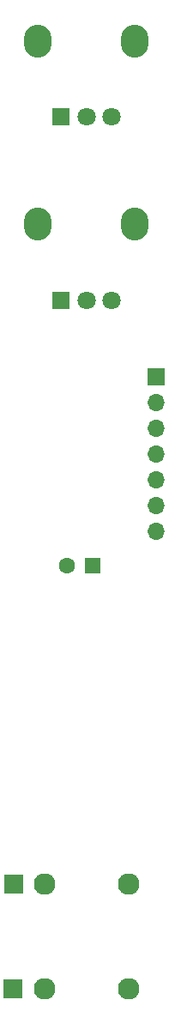
<source format=gbr>
%TF.GenerationSoftware,KiCad,Pcbnew,(7.0.0)*%
%TF.CreationDate,2023-03-26T16:47:37-07:00*%
%TF.ProjectId,followbuttons,666f6c6c-6f77-4627-9574-746f6e732e6b,rev?*%
%TF.SameCoordinates,Original*%
%TF.FileFunction,Soldermask,Bot*%
%TF.FilePolarity,Negative*%
%FSLAX46Y46*%
G04 Gerber Fmt 4.6, Leading zero omitted, Abs format (unit mm)*
G04 Created by KiCad (PCBNEW (7.0.0)) date 2023-03-26 16:47:37*
%MOMM*%
%LPD*%
G01*
G04 APERTURE LIST*
%ADD10R,1.700000X1.700000*%
%ADD11O,1.700000X1.700000*%
%ADD12R,1.830000X1.930000*%
%ADD13C,2.130000*%
%ADD14O,2.720000X3.240000*%
%ADD15R,1.800000X1.800000*%
%ADD16C,1.800000*%
%ADD17R,1.600000X1.600000*%
%ADD18C,1.600000*%
G04 APERTURE END LIST*
D10*
%TO.C,J1*%
X36799999Y-70319999D03*
D11*
X36799999Y-72859999D03*
X36799999Y-75399999D03*
X36799999Y-77939999D03*
X36799999Y-80479999D03*
X36799999Y-83019999D03*
X36799999Y-85559999D03*
%TD*%
D12*
%TO.C,J3*%
X22719999Y-120399999D03*
D13*
X34120000Y-120400000D03*
X25820000Y-120400000D03*
%TD*%
D14*
%TO.C,RV2*%
X25099999Y-55299999D03*
X34699999Y-55299999D03*
D15*
X27399999Y-62799999D03*
D16*
X29900000Y-62800000D03*
X32400000Y-62800000D03*
%TD*%
D12*
%TO.C,J2*%
X22699999Y-130699999D03*
D13*
X34100000Y-130700000D03*
X25800000Y-130700000D03*
%TD*%
D14*
%TO.C,RV1*%
X25099999Y-37199999D03*
X34699999Y-37199999D03*
D15*
X27399999Y-44699999D03*
D16*
X29900000Y-44700000D03*
X32400000Y-44700000D03*
%TD*%
D17*
%TO.C,C1*%
X30505099Y-88999999D03*
D18*
X28005100Y-89000000D03*
%TD*%
M02*

</source>
